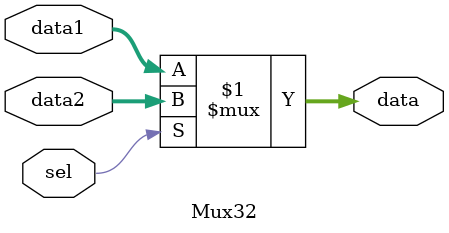
<source format=v>
`ifndef MUX32
`define MUX32

module Mux32(sel,data1,data2,data);
input sel;
input [31:0]data1, data2;
output [31:0]data;

assign data=sel?data2:data1;
endmodule
`endif
</source>
